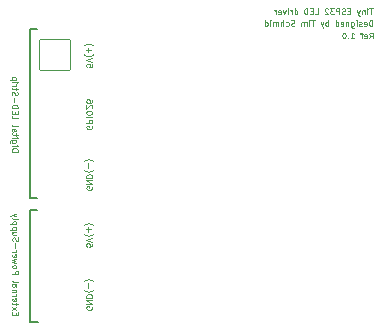
<source format=gbr>
%TF.GenerationSoftware,KiCad,Pcbnew,(6.0.0-0)*%
%TF.CreationDate,2022-12-06T19:34:54+01:00*%
%TF.ProjectId,esp32-led,65737033-322d-46c6-9564-2e6b69636164,rev?*%
%TF.SameCoordinates,Original*%
%TF.FileFunction,Legend,Bot*%
%TF.FilePolarity,Positive*%
%FSLAX46Y46*%
G04 Gerber Fmt 4.6, Leading zero omitted, Abs format (unit mm)*
G04 Created by KiCad (PCBNEW (6.0.0-0)) date 2022-12-06 19:34:54*
%MOMM*%
%LPD*%
G01*
G04 APERTURE LIST*
G04 Aperture macros list*
%AMRoundRect*
0 Rectangle with rounded corners*
0 $1 Rounding radius*
0 $2 $3 $4 $5 $6 $7 $8 $9 X,Y pos of 4 corners*
0 Add a 4 corners polygon primitive as box body*
4,1,4,$2,$3,$4,$5,$6,$7,$8,$9,$2,$3,0*
0 Add four circle primitives for the rounded corners*
1,1,$1+$1,$2,$3*
1,1,$1+$1,$4,$5*
1,1,$1+$1,$6,$7*
1,1,$1+$1,$8,$9*
0 Add four rect primitives between the rounded corners*
20,1,$1+$1,$2,$3,$4,$5,0*
20,1,$1+$1,$4,$5,$6,$7,0*
20,1,$1+$1,$6,$7,$8,$9,0*
20,1,$1+$1,$8,$9,$2,$3,0*%
G04 Aperture macros list end*
%ADD10C,0.152400*%
%ADD11C,0.125000*%
%ADD12RoundRect,0.050000X-1.300000X1.300000X-1.300000X-1.300000X1.300000X-1.300000X1.300000X1.300000X0*%
%ADD13C,2.700000*%
%ADD14C,0.700000*%
%ADD15C,4.500000*%
%ADD16O,0.950000X0.700000*%
%ADD17O,1.400000X2.400000*%
%ADD18O,1.400000X2.700000*%
G04 APERTURE END LIST*
D10*
X8700000Y2700000D02*
X9400000Y2700000D01*
X8700000Y13200000D02*
X8700000Y27500000D01*
X9300000Y13200000D02*
X8700000Y13200000D01*
X9300000Y12200000D02*
X8700000Y12200000D01*
X8700000Y27500000D02*
X9300000Y27500000D01*
X8700000Y12200000D02*
X8700000Y2700000D01*
D11*
X7485714Y3350000D02*
X7485714Y3516667D01*
X7223809Y3588096D02*
X7223809Y3350000D01*
X7723809Y3350000D01*
X7723809Y3588096D01*
X7223809Y3754762D02*
X7557142Y4016667D01*
X7557142Y3754762D02*
X7223809Y4016667D01*
X7557142Y4135715D02*
X7557142Y4326191D01*
X7723809Y4207143D02*
X7295238Y4207143D01*
X7247619Y4230953D01*
X7223809Y4278572D01*
X7223809Y4326191D01*
X7247619Y4683334D02*
X7223809Y4635715D01*
X7223809Y4540477D01*
X7247619Y4492858D01*
X7295238Y4469048D01*
X7485714Y4469048D01*
X7533333Y4492858D01*
X7557142Y4540477D01*
X7557142Y4635715D01*
X7533333Y4683334D01*
X7485714Y4707143D01*
X7438095Y4707143D01*
X7390476Y4469048D01*
X7223809Y4921429D02*
X7557142Y4921429D01*
X7461904Y4921429D02*
X7509523Y4945239D01*
X7533333Y4969048D01*
X7557142Y5016667D01*
X7557142Y5064286D01*
X7557142Y5230953D02*
X7223809Y5230953D01*
X7509523Y5230953D02*
X7533333Y5254762D01*
X7557142Y5302381D01*
X7557142Y5373810D01*
X7533333Y5421429D01*
X7485714Y5445239D01*
X7223809Y5445239D01*
X7223809Y5897620D02*
X7485714Y5897620D01*
X7533333Y5873810D01*
X7557142Y5826191D01*
X7557142Y5730953D01*
X7533333Y5683334D01*
X7247619Y5897620D02*
X7223809Y5850000D01*
X7223809Y5730953D01*
X7247619Y5683334D01*
X7295238Y5659524D01*
X7342857Y5659524D01*
X7390476Y5683334D01*
X7414285Y5730953D01*
X7414285Y5850000D01*
X7438095Y5897620D01*
X7223809Y6207143D02*
X7247619Y6159524D01*
X7295238Y6135715D01*
X7723809Y6135715D01*
X7223809Y6778572D02*
X7723809Y6778572D01*
X7723809Y6969048D01*
X7700000Y7016667D01*
X7676190Y7040477D01*
X7628571Y7064286D01*
X7557142Y7064286D01*
X7509523Y7040477D01*
X7485714Y7016667D01*
X7461904Y6969048D01*
X7461904Y6778572D01*
X7223809Y7350000D02*
X7247619Y7302381D01*
X7271428Y7278572D01*
X7319047Y7254762D01*
X7461904Y7254762D01*
X7509523Y7278572D01*
X7533333Y7302381D01*
X7557142Y7350000D01*
X7557142Y7421429D01*
X7533333Y7469048D01*
X7509523Y7492858D01*
X7461904Y7516667D01*
X7319047Y7516667D01*
X7271428Y7492858D01*
X7247619Y7469048D01*
X7223809Y7421429D01*
X7223809Y7350000D01*
X7557142Y7683334D02*
X7223809Y7778572D01*
X7461904Y7873810D01*
X7223809Y7969048D01*
X7557142Y8064286D01*
X7247619Y8445239D02*
X7223809Y8397620D01*
X7223809Y8302381D01*
X7247619Y8254762D01*
X7295238Y8230953D01*
X7485714Y8230953D01*
X7533333Y8254762D01*
X7557142Y8302381D01*
X7557142Y8397620D01*
X7533333Y8445239D01*
X7485714Y8469048D01*
X7438095Y8469048D01*
X7390476Y8230953D01*
X7223809Y8683334D02*
X7557142Y8683334D01*
X7461904Y8683334D02*
X7509523Y8707143D01*
X7533333Y8730953D01*
X7557142Y8778572D01*
X7557142Y8826191D01*
X7414285Y8992858D02*
X7414285Y9373810D01*
X7247619Y9588096D02*
X7223809Y9659524D01*
X7223809Y9778572D01*
X7247619Y9826191D01*
X7271428Y9850000D01*
X7319047Y9873810D01*
X7366666Y9873810D01*
X7414285Y9850000D01*
X7438095Y9826191D01*
X7461904Y9778572D01*
X7485714Y9683334D01*
X7509523Y9635715D01*
X7533333Y9611905D01*
X7580952Y9588096D01*
X7628571Y9588096D01*
X7676190Y9611905D01*
X7700000Y9635715D01*
X7723809Y9683334D01*
X7723809Y9802381D01*
X7700000Y9873810D01*
X7557142Y10302381D02*
X7223809Y10302381D01*
X7557142Y10088096D02*
X7295238Y10088096D01*
X7247619Y10111905D01*
X7223809Y10159524D01*
X7223809Y10230953D01*
X7247619Y10278572D01*
X7271428Y10302381D01*
X7557142Y10540477D02*
X7057142Y10540477D01*
X7533333Y10540477D02*
X7557142Y10588096D01*
X7557142Y10683334D01*
X7533333Y10730953D01*
X7509523Y10754762D01*
X7461904Y10778572D01*
X7319047Y10778572D01*
X7271428Y10754762D01*
X7247619Y10730953D01*
X7223809Y10683334D01*
X7223809Y10588096D01*
X7247619Y10540477D01*
X7557142Y10992858D02*
X7057142Y10992858D01*
X7533333Y10992858D02*
X7557142Y11040477D01*
X7557142Y11135715D01*
X7533333Y11183334D01*
X7509523Y11207143D01*
X7461904Y11230953D01*
X7319047Y11230953D01*
X7271428Y11207143D01*
X7247619Y11183334D01*
X7223809Y11135715D01*
X7223809Y11040477D01*
X7247619Y10992858D01*
X7223809Y11516667D02*
X7247619Y11469048D01*
X7295238Y11445239D01*
X7723809Y11445239D01*
X7557142Y11659524D02*
X7223809Y11778572D01*
X7557142Y11897620D02*
X7223809Y11778572D01*
X7104761Y11730953D01*
X7080952Y11707143D01*
X7057142Y11659524D01*
X13973809Y9361905D02*
X13973809Y9123810D01*
X13735714Y9100000D01*
X13759523Y9123810D01*
X13783333Y9171429D01*
X13783333Y9290477D01*
X13759523Y9338096D01*
X13735714Y9361905D01*
X13688095Y9385715D01*
X13569047Y9385715D01*
X13521428Y9361905D01*
X13497619Y9338096D01*
X13473809Y9290477D01*
X13473809Y9171429D01*
X13497619Y9123810D01*
X13521428Y9100000D01*
X13973809Y9528572D02*
X13473809Y9695239D01*
X13973809Y9861905D01*
X13283333Y10171429D02*
X13307142Y10147620D01*
X13378571Y10100000D01*
X13426190Y10076191D01*
X13497619Y10052381D01*
X13616666Y10028572D01*
X13711904Y10028572D01*
X13830952Y10052381D01*
X13902380Y10076191D01*
X13950000Y10100000D01*
X14021428Y10147620D01*
X14045238Y10171429D01*
X13664285Y10361905D02*
X13664285Y10742858D01*
X13473809Y10552381D02*
X13854761Y10552381D01*
X13283333Y10933334D02*
X13307142Y10957143D01*
X13378571Y11004762D01*
X13426190Y11028572D01*
X13497619Y11052381D01*
X13616666Y11076191D01*
X13711904Y11076191D01*
X13830952Y11052381D01*
X13902380Y11028572D01*
X13950000Y11004762D01*
X14021428Y10957143D01*
X14045238Y10933334D01*
X13950000Y14176191D02*
X13973809Y14128572D01*
X13973809Y14057143D01*
X13950000Y13985715D01*
X13902380Y13938096D01*
X13854761Y13914286D01*
X13759523Y13890477D01*
X13688095Y13890477D01*
X13592857Y13914286D01*
X13545238Y13938096D01*
X13497619Y13985715D01*
X13473809Y14057143D01*
X13473809Y14104762D01*
X13497619Y14176191D01*
X13521428Y14200000D01*
X13688095Y14200000D01*
X13688095Y14104762D01*
X13473809Y14414286D02*
X13973809Y14414286D01*
X13473809Y14700000D01*
X13973809Y14700000D01*
X13473809Y14938096D02*
X13973809Y14938096D01*
X13973809Y15057143D01*
X13950000Y15128572D01*
X13902380Y15176191D01*
X13854761Y15200000D01*
X13759523Y15223810D01*
X13688095Y15223810D01*
X13592857Y15200000D01*
X13545238Y15176191D01*
X13497619Y15128572D01*
X13473809Y15057143D01*
X13473809Y14938096D01*
X13283333Y15580953D02*
X13307142Y15557143D01*
X13378571Y15509524D01*
X13426190Y15485715D01*
X13497619Y15461905D01*
X13616666Y15438096D01*
X13711904Y15438096D01*
X13830952Y15461905D01*
X13902380Y15485715D01*
X13950000Y15509524D01*
X14021428Y15557143D01*
X14045238Y15580953D01*
X13664285Y15771429D02*
X13664285Y16152381D01*
X13283333Y16342858D02*
X13307142Y16366667D01*
X13378571Y16414286D01*
X13426190Y16438096D01*
X13497619Y16461905D01*
X13616666Y16485715D01*
X13711904Y16485715D01*
X13830952Y16461905D01*
X13902380Y16438096D01*
X13950000Y16414286D01*
X14021428Y16366667D01*
X14045238Y16342858D01*
X13952500Y19323810D02*
X13976309Y19276191D01*
X13976309Y19204762D01*
X13952500Y19133334D01*
X13904880Y19085715D01*
X13857261Y19061905D01*
X13762023Y19038096D01*
X13690595Y19038096D01*
X13595357Y19061905D01*
X13547738Y19085715D01*
X13500119Y19133334D01*
X13476309Y19204762D01*
X13476309Y19252381D01*
X13500119Y19323810D01*
X13523928Y19347620D01*
X13690595Y19347620D01*
X13690595Y19252381D01*
X13476309Y19561905D02*
X13976309Y19561905D01*
X13976309Y19752381D01*
X13952500Y19800000D01*
X13928690Y19823810D01*
X13881071Y19847620D01*
X13809642Y19847620D01*
X13762023Y19823810D01*
X13738214Y19800000D01*
X13714404Y19752381D01*
X13714404Y19561905D01*
X13476309Y20061905D02*
X13976309Y20061905D01*
X13976309Y20395239D02*
X13976309Y20490477D01*
X13952500Y20538096D01*
X13904880Y20585715D01*
X13809642Y20609524D01*
X13642976Y20609524D01*
X13547738Y20585715D01*
X13500119Y20538096D01*
X13476309Y20490477D01*
X13476309Y20395239D01*
X13500119Y20347620D01*
X13547738Y20300000D01*
X13642976Y20276191D01*
X13809642Y20276191D01*
X13904880Y20300000D01*
X13952500Y20347620D01*
X13976309Y20395239D01*
X13928690Y20800000D02*
X13952500Y20823810D01*
X13976309Y20871429D01*
X13976309Y20990477D01*
X13952500Y21038096D01*
X13928690Y21061905D01*
X13881071Y21085715D01*
X13833452Y21085715D01*
X13762023Y21061905D01*
X13476309Y20776191D01*
X13476309Y21085715D01*
X13976309Y21514286D02*
X13976309Y21419048D01*
X13952500Y21371429D01*
X13928690Y21347620D01*
X13857261Y21300000D01*
X13762023Y21276191D01*
X13571547Y21276191D01*
X13523928Y21300000D01*
X13500119Y21323810D01*
X13476309Y21371429D01*
X13476309Y21466667D01*
X13500119Y21514286D01*
X13523928Y21538096D01*
X13571547Y21561905D01*
X13690595Y21561905D01*
X13738214Y21538096D01*
X13762023Y21514286D01*
X13785833Y21466667D01*
X13785833Y21371429D01*
X13762023Y21323810D01*
X13738214Y21300000D01*
X13690595Y21276191D01*
X37438095Y26726310D02*
X37604761Y26964405D01*
X37723809Y26726310D02*
X37723809Y27226310D01*
X37533333Y27226310D01*
X37485714Y27202500D01*
X37461904Y27178691D01*
X37438095Y27131072D01*
X37438095Y27059643D01*
X37461904Y27012024D01*
X37485714Y26988215D01*
X37533333Y26964405D01*
X37723809Y26964405D01*
X37033333Y26750120D02*
X37080952Y26726310D01*
X37176190Y26726310D01*
X37223809Y26750120D01*
X37247619Y26797739D01*
X37247619Y26988215D01*
X37223809Y27035834D01*
X37176190Y27059643D01*
X37080952Y27059643D01*
X37033333Y27035834D01*
X37009523Y26988215D01*
X37009523Y26940596D01*
X37247619Y26892977D01*
X36866666Y27059643D02*
X36676190Y27059643D01*
X36795238Y26726310D02*
X36795238Y27154881D01*
X36771428Y27202500D01*
X36723809Y27226310D01*
X36676190Y27226310D01*
X35866666Y26726310D02*
X36152380Y26726310D01*
X36009523Y26726310D02*
X36009523Y27226310D01*
X36057142Y27154881D01*
X36104761Y27107262D01*
X36152380Y27083453D01*
X35652380Y26773929D02*
X35628571Y26750120D01*
X35652380Y26726310D01*
X35676190Y26750120D01*
X35652380Y26773929D01*
X35652380Y26726310D01*
X35319047Y27226310D02*
X35271428Y27226310D01*
X35223809Y27202500D01*
X35200000Y27178691D01*
X35176190Y27131072D01*
X35152380Y27035834D01*
X35152380Y26916786D01*
X35176190Y26821548D01*
X35200000Y26773929D01*
X35223809Y26750120D01*
X35271428Y26726310D01*
X35319047Y26726310D01*
X35366666Y26750120D01*
X35390476Y26773929D01*
X35414285Y26821548D01*
X35438095Y26916786D01*
X35438095Y27035834D01*
X35414285Y27131072D01*
X35390476Y27178691D01*
X35366666Y27202500D01*
X35319047Y27226310D01*
X13950000Y4026191D02*
X13973809Y3978572D01*
X13973809Y3907143D01*
X13950000Y3835715D01*
X13902380Y3788096D01*
X13854761Y3764286D01*
X13759523Y3740477D01*
X13688095Y3740477D01*
X13592857Y3764286D01*
X13545238Y3788096D01*
X13497619Y3835715D01*
X13473809Y3907143D01*
X13473809Y3954762D01*
X13497619Y4026191D01*
X13521428Y4050000D01*
X13688095Y4050000D01*
X13688095Y3954762D01*
X13473809Y4264286D02*
X13973809Y4264286D01*
X13473809Y4550000D01*
X13973809Y4550000D01*
X13473809Y4788096D02*
X13973809Y4788096D01*
X13973809Y4907143D01*
X13950000Y4978572D01*
X13902380Y5026191D01*
X13854761Y5050000D01*
X13759523Y5073810D01*
X13688095Y5073810D01*
X13592857Y5050000D01*
X13545238Y5026191D01*
X13497619Y4978572D01*
X13473809Y4907143D01*
X13473809Y4788096D01*
X13283333Y5430953D02*
X13307142Y5407143D01*
X13378571Y5359524D01*
X13426190Y5335715D01*
X13497619Y5311905D01*
X13616666Y5288096D01*
X13711904Y5288096D01*
X13830952Y5311905D01*
X13902380Y5335715D01*
X13950000Y5359524D01*
X14021428Y5407143D01*
X14045238Y5430953D01*
X13664285Y5621429D02*
X13664285Y6002381D01*
X13283333Y6192858D02*
X13307142Y6216667D01*
X13378571Y6264286D01*
X13426190Y6288096D01*
X13497619Y6311905D01*
X13616666Y6335715D01*
X13711904Y6335715D01*
X13830952Y6311905D01*
X13902380Y6288096D01*
X13950000Y6264286D01*
X14021428Y6216667D01*
X14045238Y6192858D01*
X37697619Y27773810D02*
X37697619Y28273810D01*
X37578571Y28273810D01*
X37507142Y28250000D01*
X37459523Y28202381D01*
X37435714Y28154762D01*
X37411904Y28059524D01*
X37411904Y27988096D01*
X37435714Y27892858D01*
X37459523Y27845239D01*
X37507142Y27797620D01*
X37578571Y27773810D01*
X37697619Y27773810D01*
X37007142Y27797620D02*
X37054761Y27773810D01*
X37150000Y27773810D01*
X37197619Y27797620D01*
X37221428Y27845239D01*
X37221428Y28035715D01*
X37197619Y28083334D01*
X37150000Y28107143D01*
X37054761Y28107143D01*
X37007142Y28083334D01*
X36983333Y28035715D01*
X36983333Y27988096D01*
X37221428Y27940477D01*
X36792857Y27797620D02*
X36745238Y27773810D01*
X36650000Y27773810D01*
X36602380Y27797620D01*
X36578571Y27845239D01*
X36578571Y27869048D01*
X36602380Y27916667D01*
X36650000Y27940477D01*
X36721428Y27940477D01*
X36769047Y27964286D01*
X36792857Y28011905D01*
X36792857Y28035715D01*
X36769047Y28083334D01*
X36721428Y28107143D01*
X36650000Y28107143D01*
X36602380Y28083334D01*
X36364285Y27773810D02*
X36364285Y28107143D01*
X36364285Y28273810D02*
X36388095Y28250000D01*
X36364285Y28226191D01*
X36340476Y28250000D01*
X36364285Y28273810D01*
X36364285Y28226191D01*
X35911904Y28107143D02*
X35911904Y27702381D01*
X35935714Y27654762D01*
X35959523Y27630953D01*
X36007142Y27607143D01*
X36078571Y27607143D01*
X36126190Y27630953D01*
X35911904Y27797620D02*
X35959523Y27773810D01*
X36054761Y27773810D01*
X36102380Y27797620D01*
X36126190Y27821429D01*
X36150000Y27869048D01*
X36150000Y28011905D01*
X36126190Y28059524D01*
X36102380Y28083334D01*
X36054761Y28107143D01*
X35959523Y28107143D01*
X35911904Y28083334D01*
X35673809Y28107143D02*
X35673809Y27773810D01*
X35673809Y28059524D02*
X35650000Y28083334D01*
X35602380Y28107143D01*
X35530952Y28107143D01*
X35483333Y28083334D01*
X35459523Y28035715D01*
X35459523Y27773810D01*
X35030952Y27797620D02*
X35078571Y27773810D01*
X35173809Y27773810D01*
X35221428Y27797620D01*
X35245238Y27845239D01*
X35245238Y28035715D01*
X35221428Y28083334D01*
X35173809Y28107143D01*
X35078571Y28107143D01*
X35030952Y28083334D01*
X35007142Y28035715D01*
X35007142Y27988096D01*
X35245238Y27940477D01*
X34578571Y27773810D02*
X34578571Y28273810D01*
X34578571Y27797620D02*
X34626190Y27773810D01*
X34721428Y27773810D01*
X34769047Y27797620D01*
X34792857Y27821429D01*
X34816666Y27869048D01*
X34816666Y28011905D01*
X34792857Y28059524D01*
X34769047Y28083334D01*
X34721428Y28107143D01*
X34626190Y28107143D01*
X34578571Y28083334D01*
X33959523Y27773810D02*
X33959523Y28273810D01*
X33959523Y28083334D02*
X33911904Y28107143D01*
X33816666Y28107143D01*
X33769047Y28083334D01*
X33745238Y28059524D01*
X33721428Y28011905D01*
X33721428Y27869048D01*
X33745238Y27821429D01*
X33769047Y27797620D01*
X33816666Y27773810D01*
X33911904Y27773810D01*
X33959523Y27797620D01*
X33554761Y28107143D02*
X33435714Y27773810D01*
X33316666Y28107143D02*
X33435714Y27773810D01*
X33483333Y27654762D01*
X33507142Y27630953D01*
X33554761Y27607143D01*
X32816666Y28273810D02*
X32530952Y28273810D01*
X32673809Y27773810D02*
X32673809Y28273810D01*
X32364285Y27773810D02*
X32364285Y28107143D01*
X32364285Y28273810D02*
X32388095Y28250000D01*
X32364285Y28226191D01*
X32340476Y28250000D01*
X32364285Y28273810D01*
X32364285Y28226191D01*
X32126190Y27773810D02*
X32126190Y28107143D01*
X32126190Y28059524D02*
X32102380Y28083334D01*
X32054761Y28107143D01*
X31983333Y28107143D01*
X31935714Y28083334D01*
X31911904Y28035715D01*
X31911904Y27773810D01*
X31911904Y28035715D02*
X31888095Y28083334D01*
X31840476Y28107143D01*
X31769047Y28107143D01*
X31721428Y28083334D01*
X31697619Y28035715D01*
X31697619Y27773810D01*
X31102380Y27797620D02*
X31030952Y27773810D01*
X30911904Y27773810D01*
X30864285Y27797620D01*
X30840476Y27821429D01*
X30816666Y27869048D01*
X30816666Y27916667D01*
X30840476Y27964286D01*
X30864285Y27988096D01*
X30911904Y28011905D01*
X31007142Y28035715D01*
X31054761Y28059524D01*
X31078571Y28083334D01*
X31102380Y28130953D01*
X31102380Y28178572D01*
X31078571Y28226191D01*
X31054761Y28250000D01*
X31007142Y28273810D01*
X30888095Y28273810D01*
X30816666Y28250000D01*
X30388095Y27797620D02*
X30435714Y27773810D01*
X30530952Y27773810D01*
X30578571Y27797620D01*
X30602380Y27821429D01*
X30626190Y27869048D01*
X30626190Y28011905D01*
X30602380Y28059524D01*
X30578571Y28083334D01*
X30530952Y28107143D01*
X30435714Y28107143D01*
X30388095Y28083334D01*
X30173809Y27773810D02*
X30173809Y28273810D01*
X29959523Y27773810D02*
X29959523Y28035715D01*
X29983333Y28083334D01*
X30030952Y28107143D01*
X30102380Y28107143D01*
X30150000Y28083334D01*
X30173809Y28059524D01*
X29721428Y27773810D02*
X29721428Y28107143D01*
X29721428Y28059524D02*
X29697619Y28083334D01*
X29650000Y28107143D01*
X29578571Y28107143D01*
X29530952Y28083334D01*
X29507142Y28035715D01*
X29507142Y27773810D01*
X29507142Y28035715D02*
X29483333Y28083334D01*
X29435714Y28107143D01*
X29364285Y28107143D01*
X29316666Y28083334D01*
X29292857Y28035715D01*
X29292857Y27773810D01*
X29054761Y27773810D02*
X29054761Y28107143D01*
X29054761Y28273810D02*
X29078571Y28250000D01*
X29054761Y28226191D01*
X29030952Y28250000D01*
X29054761Y28273810D01*
X29054761Y28226191D01*
X28602380Y27773810D02*
X28602380Y28273810D01*
X28602380Y27797620D02*
X28650000Y27773810D01*
X28745238Y27773810D01*
X28792857Y27797620D01*
X28816666Y27821429D01*
X28840476Y27869048D01*
X28840476Y28011905D01*
X28816666Y28059524D01*
X28792857Y28083334D01*
X28745238Y28107143D01*
X28650000Y28107143D01*
X28602380Y28083334D01*
X13973809Y24561905D02*
X13973809Y24323810D01*
X13735714Y24300000D01*
X13759523Y24323810D01*
X13783333Y24371429D01*
X13783333Y24490477D01*
X13759523Y24538096D01*
X13735714Y24561905D01*
X13688095Y24585715D01*
X13569047Y24585715D01*
X13521428Y24561905D01*
X13497619Y24538096D01*
X13473809Y24490477D01*
X13473809Y24371429D01*
X13497619Y24323810D01*
X13521428Y24300000D01*
X13973809Y24728572D02*
X13473809Y24895239D01*
X13973809Y25061905D01*
X13283333Y25371429D02*
X13307142Y25347620D01*
X13378571Y25300000D01*
X13426190Y25276191D01*
X13497619Y25252381D01*
X13616666Y25228572D01*
X13711904Y25228572D01*
X13830952Y25252381D01*
X13902380Y25276191D01*
X13950000Y25300000D01*
X14021428Y25347620D01*
X14045238Y25371429D01*
X13664285Y25561905D02*
X13664285Y25942858D01*
X13473809Y25752381D02*
X13854761Y25752381D01*
X13283333Y26133334D02*
X13307142Y26157143D01*
X13378571Y26204762D01*
X13426190Y26228572D01*
X13497619Y26252381D01*
X13616666Y26276191D01*
X13711904Y26276191D01*
X13830952Y26252381D01*
X13902380Y26228572D01*
X13950000Y26204762D01*
X14021428Y26157143D01*
X14045238Y26133334D01*
X7173809Y17145239D02*
X7673809Y17145239D01*
X7673809Y17264286D01*
X7650000Y17335715D01*
X7602380Y17383334D01*
X7554761Y17407143D01*
X7459523Y17430953D01*
X7388095Y17430953D01*
X7292857Y17407143D01*
X7245238Y17383334D01*
X7197619Y17335715D01*
X7173809Y17264286D01*
X7173809Y17145239D01*
X7173809Y17645239D02*
X7507142Y17645239D01*
X7673809Y17645239D02*
X7650000Y17621429D01*
X7626190Y17645239D01*
X7650000Y17669048D01*
X7673809Y17645239D01*
X7626190Y17645239D01*
X7507142Y18097620D02*
X7102380Y18097620D01*
X7054761Y18073810D01*
X7030952Y18050000D01*
X7007142Y18002381D01*
X7007142Y17930953D01*
X7030952Y17883334D01*
X7197619Y18097620D02*
X7173809Y18050000D01*
X7173809Y17954762D01*
X7197619Y17907143D01*
X7221428Y17883334D01*
X7269047Y17859524D01*
X7411904Y17859524D01*
X7459523Y17883334D01*
X7483333Y17907143D01*
X7507142Y17954762D01*
X7507142Y18050000D01*
X7483333Y18097620D01*
X7173809Y18335715D02*
X7507142Y18335715D01*
X7673809Y18335715D02*
X7650000Y18311905D01*
X7626190Y18335715D01*
X7650000Y18359524D01*
X7673809Y18335715D01*
X7626190Y18335715D01*
X7507142Y18502381D02*
X7507142Y18692858D01*
X7673809Y18573810D02*
X7245238Y18573810D01*
X7197619Y18597620D01*
X7173809Y18645239D01*
X7173809Y18692858D01*
X7173809Y19073810D02*
X7435714Y19073810D01*
X7483333Y19050000D01*
X7507142Y19002381D01*
X7507142Y18907143D01*
X7483333Y18859524D01*
X7197619Y19073810D02*
X7173809Y19026191D01*
X7173809Y18907143D01*
X7197619Y18859524D01*
X7245238Y18835715D01*
X7292857Y18835715D01*
X7340476Y18859524D01*
X7364285Y18907143D01*
X7364285Y19026191D01*
X7388095Y19073810D01*
X7173809Y19383334D02*
X7197619Y19335715D01*
X7245238Y19311905D01*
X7673809Y19311905D01*
X7173809Y20192858D02*
X7173809Y19954762D01*
X7673809Y19954762D01*
X7435714Y20359524D02*
X7435714Y20526191D01*
X7173809Y20597620D02*
X7173809Y20359524D01*
X7673809Y20359524D01*
X7673809Y20597620D01*
X7173809Y20811905D02*
X7673809Y20811905D01*
X7673809Y20930953D01*
X7650000Y21002381D01*
X7602380Y21050000D01*
X7554761Y21073810D01*
X7459523Y21097620D01*
X7388095Y21097620D01*
X7292857Y21073810D01*
X7245238Y21050000D01*
X7197619Y21002381D01*
X7173809Y20930953D01*
X7173809Y20811905D01*
X7364285Y21311905D02*
X7364285Y21692858D01*
X7197619Y21907143D02*
X7173809Y21978572D01*
X7173809Y22097620D01*
X7197619Y22145239D01*
X7221428Y22169048D01*
X7269047Y22192858D01*
X7316666Y22192858D01*
X7364285Y22169048D01*
X7388095Y22145239D01*
X7411904Y22097620D01*
X7435714Y22002381D01*
X7459523Y21954762D01*
X7483333Y21930953D01*
X7530952Y21907143D01*
X7578571Y21907143D01*
X7626190Y21930953D01*
X7650000Y21954762D01*
X7673809Y22002381D01*
X7673809Y22121429D01*
X7650000Y22192858D01*
X7507142Y22335715D02*
X7507142Y22526191D01*
X7673809Y22407143D02*
X7245238Y22407143D01*
X7197619Y22430953D01*
X7173809Y22478572D01*
X7173809Y22526191D01*
X7173809Y22692858D02*
X7507142Y22692858D01*
X7411904Y22692858D02*
X7459523Y22716667D01*
X7483333Y22740477D01*
X7507142Y22788096D01*
X7507142Y22835715D01*
X7173809Y23002381D02*
X7507142Y23002381D01*
X7673809Y23002381D02*
X7650000Y22978572D01*
X7626190Y23002381D01*
X7650000Y23026191D01*
X7673809Y23002381D01*
X7626190Y23002381D01*
X7507142Y23240477D02*
X7007142Y23240477D01*
X7483333Y23240477D02*
X7507142Y23288096D01*
X7507142Y23383334D01*
X7483333Y23430953D01*
X7459523Y23454762D01*
X7411904Y23478572D01*
X7269047Y23478572D01*
X7221428Y23454762D01*
X7197619Y23430953D01*
X7173809Y23383334D01*
X7173809Y23288096D01*
X7197619Y23240477D01*
X37728571Y29273810D02*
X37442857Y29273810D01*
X37585714Y28773810D02*
X37585714Y29273810D01*
X37276190Y28773810D02*
X37276190Y29107143D01*
X37276190Y29273810D02*
X37300000Y29250000D01*
X37276190Y29226191D01*
X37252380Y29250000D01*
X37276190Y29273810D01*
X37276190Y29226191D01*
X37038095Y29107143D02*
X37038095Y28773810D01*
X37038095Y29059524D02*
X37014285Y29083334D01*
X36966666Y29107143D01*
X36895238Y29107143D01*
X36847619Y29083334D01*
X36823809Y29035715D01*
X36823809Y28773810D01*
X36633333Y29107143D02*
X36514285Y28773810D01*
X36395238Y29107143D02*
X36514285Y28773810D01*
X36561904Y28654762D01*
X36585714Y28630953D01*
X36633333Y28607143D01*
X35823809Y29035715D02*
X35657142Y29035715D01*
X35585714Y28773810D02*
X35823809Y28773810D01*
X35823809Y29273810D01*
X35585714Y29273810D01*
X35395238Y28797620D02*
X35323809Y28773810D01*
X35204761Y28773810D01*
X35157142Y28797620D01*
X35133333Y28821429D01*
X35109523Y28869048D01*
X35109523Y28916667D01*
X35133333Y28964286D01*
X35157142Y28988096D01*
X35204761Y29011905D01*
X35300000Y29035715D01*
X35347619Y29059524D01*
X35371428Y29083334D01*
X35395238Y29130953D01*
X35395238Y29178572D01*
X35371428Y29226191D01*
X35347619Y29250000D01*
X35300000Y29273810D01*
X35180952Y29273810D01*
X35109523Y29250000D01*
X34895238Y28773810D02*
X34895238Y29273810D01*
X34704761Y29273810D01*
X34657142Y29250000D01*
X34633333Y29226191D01*
X34609523Y29178572D01*
X34609523Y29107143D01*
X34633333Y29059524D01*
X34657142Y29035715D01*
X34704761Y29011905D01*
X34895238Y29011905D01*
X34442857Y29273810D02*
X34133333Y29273810D01*
X34300000Y29083334D01*
X34228571Y29083334D01*
X34180952Y29059524D01*
X34157142Y29035715D01*
X34133333Y28988096D01*
X34133333Y28869048D01*
X34157142Y28821429D01*
X34180952Y28797620D01*
X34228571Y28773810D01*
X34371428Y28773810D01*
X34419047Y28797620D01*
X34442857Y28821429D01*
X33942857Y29226191D02*
X33919047Y29250000D01*
X33871428Y29273810D01*
X33752380Y29273810D01*
X33704761Y29250000D01*
X33680952Y29226191D01*
X33657142Y29178572D01*
X33657142Y29130953D01*
X33680952Y29059524D01*
X33966666Y28773810D01*
X33657142Y28773810D01*
X32823809Y28773810D02*
X33061904Y28773810D01*
X33061904Y29273810D01*
X32657142Y29035715D02*
X32490476Y29035715D01*
X32419047Y28773810D02*
X32657142Y28773810D01*
X32657142Y29273810D01*
X32419047Y29273810D01*
X32204761Y28773810D02*
X32204761Y29273810D01*
X32085714Y29273810D01*
X32014285Y29250000D01*
X31966666Y29202381D01*
X31942857Y29154762D01*
X31919047Y29059524D01*
X31919047Y28988096D01*
X31942857Y28892858D01*
X31966666Y28845239D01*
X32014285Y28797620D01*
X32085714Y28773810D01*
X32204761Y28773810D01*
X31109523Y28773810D02*
X31109523Y29273810D01*
X31109523Y28797620D02*
X31157142Y28773810D01*
X31252380Y28773810D01*
X31300000Y28797620D01*
X31323809Y28821429D01*
X31347619Y28869048D01*
X31347619Y29011905D01*
X31323809Y29059524D01*
X31300000Y29083334D01*
X31252380Y29107143D01*
X31157142Y29107143D01*
X31109523Y29083334D01*
X30871428Y28773810D02*
X30871428Y29107143D01*
X30871428Y29011905D02*
X30847619Y29059524D01*
X30823809Y29083334D01*
X30776190Y29107143D01*
X30728571Y29107143D01*
X30561904Y28773810D02*
X30561904Y29107143D01*
X30561904Y29273810D02*
X30585714Y29250000D01*
X30561904Y29226191D01*
X30538095Y29250000D01*
X30561904Y29273810D01*
X30561904Y29226191D01*
X30371428Y29107143D02*
X30252380Y28773810D01*
X30133333Y29107143D01*
X29752380Y28797620D02*
X29800000Y28773810D01*
X29895238Y28773810D01*
X29942857Y28797620D01*
X29966666Y28845239D01*
X29966666Y29035715D01*
X29942857Y29083334D01*
X29895238Y29107143D01*
X29800000Y29107143D01*
X29752380Y29083334D01*
X29728571Y29035715D01*
X29728571Y28988096D01*
X29966666Y28940477D01*
X29514285Y28773810D02*
X29514285Y29107143D01*
X29514285Y29011905D02*
X29490476Y29059524D01*
X29466666Y29083334D01*
X29419047Y29107143D01*
X29371428Y29107143D01*
%LPC*%
D12*
%TO.C,J2*%
X10795000Y25360000D03*
D13*
X10795000Y20280000D03*
X10795000Y15200000D03*
X10795000Y10120000D03*
X10795000Y5040000D03*
%TD*%
D14*
%TO.C,U1*%
X34730000Y13650000D03*
X33980000Y12900000D03*
X33230000Y13650000D03*
X33230000Y12150000D03*
X34730000Y12150000D03*
%TD*%
D15*
%TO.C,H1*%
X18300000Y31700000D03*
%TD*%
D14*
%TO.C,J1*%
X28300000Y5850000D03*
D16*
X34300000Y5850000D03*
D17*
X35620000Y6575000D03*
D18*
X35620000Y2750000D03*
X26980000Y2750000D03*
D17*
X26980000Y6575000D03*
%TD*%
D14*
%TO.C,IC1*%
X21925000Y18450000D03*
X20925000Y20450000D03*
X21925000Y19450000D03*
X22925000Y19450000D03*
X21925000Y20450000D03*
X22925000Y20450000D03*
X20925000Y19450000D03*
X20925000Y18450000D03*
X22925000Y18450000D03*
%TD*%
D15*
%TO.C,H2*%
X26300000Y31700000D03*
%TD*%
M02*

</source>
